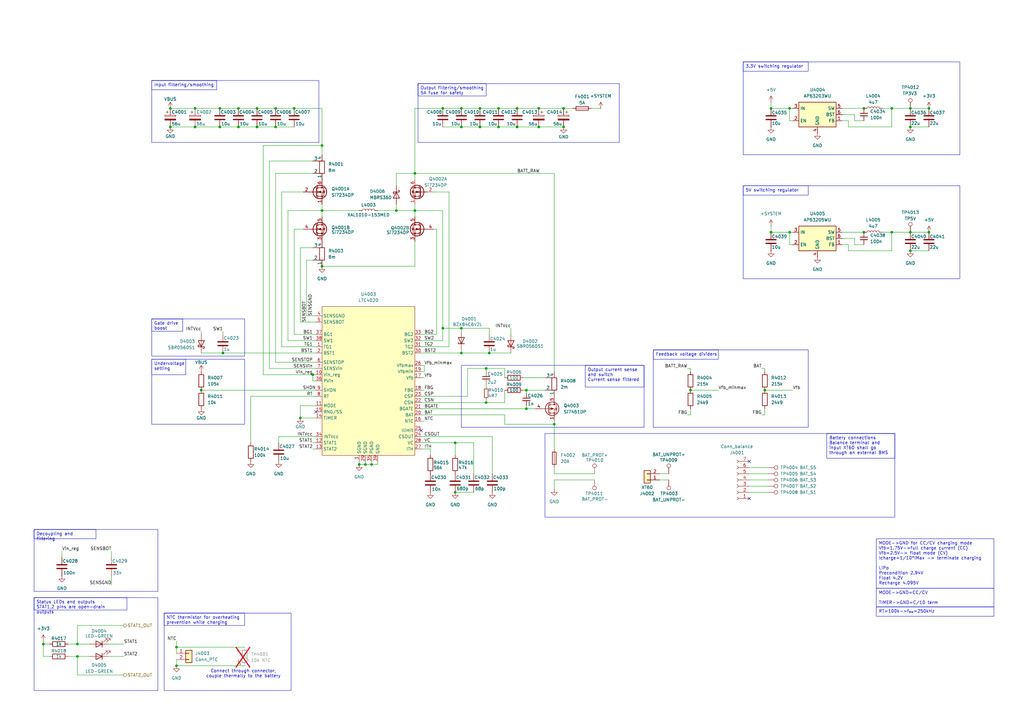
<source format=kicad_sch>
(kicad_sch (version 20231120) (generator "eeschema") (generator_version "8.0")
  (paper "A3")
  (title_block (title "Battery charging and power management") (date "2024-03-01") (rev "A02") (company "Chalmers EENX16-VT24-27"))
  (junction (at 31.75 264.16))
  (junction (at 120.65 44.45))
  (junction (at 283.21 160.02))
  (junction (at 212.09 44.45))
  (junction (at 204.47 44.45))
  (junction (at 215.9 160.02))
  (junction (at 354.33 44.45))
  (junction (at 97.79 52.07))
  (junction (at 365.76 44.45))
  (junction (at 90.17 52.07))
  (junction (at 113.03 52.07))
  (junction (at 323.85 95.25))
  (junction (at 196.85 44.45))
  (junction (at 373.38 44.45))
  (junction (at 204.47 52.07))
  (junction (at 113.03 44.45))
  (junction (at 227.33 173.99))
  (junction (at 189.23 52.07))
  (junction (at 90.17 44.45))
  (junction (at 162.56 86.36))
  (junction (at 69.85 44.45))
  (junction (at 189.23 134.62))
  (junction (at 189.23 44.45))
  (junction (at 316.23 95.25))
  (junction (at 72.39 265.43))
  (junction (at 105.41 44.45))
  (junction (at 381 44.45))
  (junction (at 82.55 160.02))
  (junction (at 123.19 171.45))
  (junction (at 170.18 71.12))
  (junction (at 97.79 44.45))
  (junction (at 354.33 95.25))
  (junction (at 212.09 52.07))
  (junction (at 199.39 151.13))
  (junction (at 365.76 95.25))
  (junction (at 17.78 264.16))
  (junction (at 220.98 44.45))
  (junction (at 69.85 52.07))
  (junction (at 373.38 95.25))
  (junction (at 152.4 190.5))
  (junction (at 128.27 153.67))
  (junction (at 220.98 52.07))
  (junction (at 80.01 44.45))
  (junction (at 132.08 86.36))
  (junction (at 91.44 144.78))
  (junction (at 105.41 52.07))
  (junction (at 381 95.25))
  (junction (at 186.69 181.61))
  (junction (at 72.39 273.05))
  (junction (at 373.38 52.07))
  (junction (at 231.14 44.45))
  (junction (at 215.9 167.64))
  (junction (at 149.86 190.5))
  (junction (at 373.38 102.87))
  (junction (at 196.85 52.07))
  (junction (at 313.69 160.02))
  (junction (at 80.01 52.07))
  (junction (at 186.69 201.93))
  (junction (at 181.61 134.62))
  (junction (at 132.08 109.22))
  (junction (at 147.32 190.5))
  (junction (at 200.66 144.78))
  (junction (at 181.61 44.45))
  (junction (at 323.85 44.45))
  (junction (at 31.75 269.24))
  (junction (at 170.18 86.36))
  (junction (at 231.14 52.07))
  (junction (at 189.23 144.78))
  (junction (at 199.39 165.1))
  (junction (at 132.08 59.69))
  (junction (at 316.23 44.45))
  (no_connect (at 307.34 189.23))
  (no_connect (at 172.72 176.53))
  (no_connect (at 307.34 204.47))
  (no_connect (at 129.54 168.91))
  (wire (pts (xy 90.17 44.45) (xy 97.79 44.45)))
  (wire (pts (xy 115.57 78.74) (xy 124.46 78.74)))
  (wire (pts (xy 90.17 52.07) (xy 97.79 52.07)))
  (wire (pts (xy 172.72 142.24) (xy 184.15 142.24)))
  (wire (pts (xy 72.39 265.43) (xy 72.39 267.97)))
  (wire (pts (xy 365.76 95.25) (xy 373.38 95.25)))
  (wire (pts (xy 325.12 100.33) (xy 323.85 100.33)))
  (wire (pts (xy 186.69 181.61) (xy 194.31 181.61)))
  (wire (pts (xy 373.38 95.25) (xy 381 95.25)))
  (wire (pts (xy 345.44 44.45) (xy 354.33 44.45)))
  (wire (pts (xy 120.65 137.16) (xy 129.54 137.16)))
  (wire (pts (xy 199.39 152.4) (xy 199.39 151.13)))
  (wire (pts (xy 316.23 41.91) (xy 316.23 44.45)))
  (wire (pts (xy 123.19 132.08) (xy 123.19 101.6)))
  (wire (pts (xy 113.03 71.12) (xy 128.27 71.12)))
  (wire (pts (xy 316.23 44.45) (xy 323.85 44.45)))
  (wire (pts (xy 31.75 276.86) (xy 31.75 269.24)))
  (wire (pts (xy 154.94 86.36) (xy 162.56 86.36)))
  (wire (pts (xy 227.33 194.31) (xy 243.84 194.31)))
  (wire (pts (xy 25.4 226.06) (xy 25.4 228.6)))
  (wire (pts (xy 100.33 273.05) (xy 72.39 273.05)))
  (wire (pts (xy 313.69 151.13) (xy 313.69 152.4)))
  (wire (pts (xy 170.18 71.12) (xy 170.18 73.66)))
  (wire (pts (xy 176.53 186.69) (xy 176.53 184.15)))
  (wire (pts (xy 323.85 95.25) (xy 325.12 95.25)))
  (wire (pts (xy 313.69 170.18) (xy 313.69 167.64)))
  (wire (pts (xy 189.23 135.89) (xy 189.23 134.62)))
  (wire (pts (xy 170.18 99.06) (xy 170.18 109.22)))
  (wire (pts (xy 128.27 184.15) (xy 129.54 184.15)))
  (wire (pts (xy 307.34 191.77) (xy 314.96 191.77)))
  (wire (pts (xy 172.72 184.15) (xy 176.53 184.15)))
  (wire (pts (xy 115.57 78.74) (xy 115.57 142.24)))
  (wire (pts (xy 149.86 189.23) (xy 149.86 190.5)))
  (wire (pts (xy 365.76 44.45) (xy 373.38 44.45)))
  (wire (pts (xy 173.99 152.4) (xy 173.99 149.86)))
  (wire (pts (xy 214.63 154.94) (xy 223.52 154.94)))
  (wire (pts (xy 215.9 166.37) (xy 215.9 167.64)))
  (wire (pts (xy 323.85 95.25) (xy 323.85 100.33)))
  (wire (pts (xy 191.77 162.56) (xy 191.77 151.13)))
  (wire (pts (xy 316.23 92.71) (xy 316.23 95.25)))
  (wire (pts (xy 172.72 137.16) (xy 179.07 137.16)))
  (wire (pts (xy 118.11 86.36) (xy 118.11 139.7)))
  (wire (pts (xy 186.69 186.69) (xy 186.69 181.61)))
  (wire (pts (xy 199.39 165.1) (xy 207.01 165.1)))
  (wire (pts (xy 82.55 144.78) (xy 91.44 144.78)))
  (wire (pts (xy 181.61 52.07) (xy 189.23 52.07)))
  (wire (pts (xy 274.32 196.85) (xy 270.51 196.85)))
  (wire (pts (xy 105.41 44.45) (xy 113.03 44.45)))
  (wire (pts (xy 207.01 165.1) (xy 207.01 160.02)))
  (wire (pts (xy 199.39 157.48) (xy 199.39 158.75)))
  (wire (pts (xy 170.18 86.36) (xy 170.18 83.82)))
  (wire (pts (xy 220.98 44.45) (xy 231.14 44.45)))
  (wire (pts (xy 234.95 44.45) (xy 231.14 44.45)))
  (wire (pts (xy 162.56 76.2) (xy 162.56 71.12)))
  (wire (pts (xy 350.52 97.79) (xy 345.44 97.79)))
  (wire (pts (xy 307.34 196.85) (xy 314.96 196.85)))
  (wire (pts (xy 274.32 194.31) (xy 270.51 194.31)))
  (wire (pts (xy 365.76 95.25) (xy 361.95 95.25)))
  (wire (pts (xy 173.99 172.72) (xy 172.72 172.72)))
  (wire (pts (xy 125.73 129.54) (xy 129.54 129.54)))
  (wire (pts (xy 172.72 160.02) (xy 173.99 160.02)))
  (wire (pts (xy 172.72 152.4) (xy 173.99 152.4)))
  (wire (pts (xy 44.45 264.16) (xy 50.8 264.16)))
  (wire (pts (xy 196.85 44.45) (xy 204.47 44.45)))
  (wire (pts (xy 184.15 142.24) (xy 184.15 78.74)))
  (wire (pts (xy 154.94 190.5) (xy 152.4 190.5)))
  (wire (pts (xy 114.3 179.07) (xy 114.3 181.61)))
  (wire (pts (xy 132.08 109.22) (xy 170.18 109.22)))
  (wire (pts (xy 323.85 44.45) (xy 325.12 44.45)))
  (wire (pts (xy 307.34 194.31) (xy 314.96 194.31)))
  (wire (pts (xy 113.03 44.45) (xy 120.65 44.45)))
  (wire (pts (xy 31.75 256.54) (xy 31.75 264.16)))
  (wire (pts (xy 227.33 71.12) (xy 227.33 152.4)))
  (wire (pts (xy 132.08 86.36) (xy 147.32 86.36)))
  (wire (pts (xy 204.47 52.07) (xy 212.09 52.07)))
  (wire (pts (xy 215.9 167.64) (xy 219.71 167.64)))
  (wire (pts (xy 361.95 44.45) (xy 365.76 44.45)))
  (wire (pts (xy 201.93 194.31) (xy 201.93 179.07)))
  (wire (pts (xy 212.09 44.45) (xy 220.98 44.45)))
  (wire (pts (xy 179.07 137.16) (xy 179.07 93.98)))
  (wire (pts (xy 207.01 151.13) (xy 207.01 154.94)))
  (wire (pts (xy 172.72 144.78) (xy 189.23 144.78)))
  (wire (pts (xy 45.72 226.06) (xy 45.72 228.6)))
  (wire (pts (xy 194.31 194.31) (xy 194.31 181.61)))
  (wire (pts (xy 115.57 142.24) (xy 129.54 142.24)))
  (wire (pts (xy 123.19 101.6) (xy 128.27 101.6)))
  (wire (pts (xy 179.07 93.98) (xy 177.8 93.98)))
  (wire (pts (xy 147.32 190.5) (xy 147.32 189.23)))
  (wire (pts (xy 125.73 106.68) (xy 128.27 106.68)))
  (wire (pts (xy 283.21 151.13) (xy 283.21 152.4)))
  (wire (pts (xy 44.45 269.24) (xy 50.8 269.24)))
  (wire (pts (xy 373.38 52.07) (xy 381 52.07)))
  (wire (pts (xy 128.27 156.21) (xy 128.27 153.67)))
  (wire (pts (xy 123.19 132.08) (xy 129.54 132.08)))
  (wire (pts (xy 114.3 179.07) (xy 129.54 179.07)))
  (wire (pts (xy 200.66 134.62) (xy 189.23 134.62)))
  (wire (pts (xy 189.23 52.07) (xy 196.85 52.07)))
  (wire (pts (xy 162.56 86.36) (xy 170.18 86.36)))
  (wire (pts (xy 227.33 173.99) (xy 227.33 184.15)))
  (wire (pts (xy 152.4 189.23) (xy 152.4 190.5)))
  (wire (pts (xy 347.98 102.87) (xy 365.76 102.87)))
  (wire (pts (xy 17.78 264.16) (xy 20.32 264.16)))
  (wire (pts (xy 350.52 49.53) (xy 350.52 46.99)))
  (wire (pts (xy 97.79 52.07) (xy 105.41 52.07)))
  (wire (pts (xy 123.19 166.37) (xy 129.54 166.37)))
  (wire (pts (xy 212.09 52.07) (xy 220.98 52.07)))
  (wire (pts (xy 91.44 137.16) (xy 91.44 135.89)))
  (wire (pts (xy 316.23 95.25) (xy 323.85 95.25)))
  (wire (pts (xy 31.75 264.16) (xy 36.83 264.16)))
  (wire (pts (xy 207.01 173.99) (xy 207.01 170.18)))
  (wire (pts (xy 170.18 86.36) (xy 170.18 88.9)))
  (wire (pts (xy 307.34 199.39) (xy 314.96 199.39)))
  (wire (pts (xy 199.39 151.13) (xy 207.01 151.13)))
  (wire (pts (xy 172.72 179.07) (xy 201.93 179.07)))
  (wire (pts (xy 113.03 52.07) (xy 120.65 52.07)))
  (wire (pts (xy 123.19 166.37) (xy 123.19 171.45)))
  (wire (pts (xy 345.44 95.25) (xy 354.33 95.25)))
  (wire (pts (xy 204.47 44.45) (xy 212.09 44.45)))
  (wire (pts (xy 345.44 100.33) (xy 347.98 100.33)))
  (wire (pts (xy 170.18 44.45) (xy 181.61 44.45)))
  (wire (pts (xy 283.21 170.18) (xy 281.94 170.18)))
  (wire (pts (xy 181.61 86.36) (xy 170.18 86.36)))
  (wire (pts (xy 31.75 256.54) (xy 50.8 256.54)))
  (wire (pts (xy 132.08 44.45) (xy 132.08 59.69)))
  (wire (pts (xy 200.66 137.16) (xy 200.66 134.62)))
  (wire (pts (xy 128.27 181.61) (xy 129.54 181.61)))
  (wire (pts (xy 80.01 52.07) (xy 90.17 52.07)))
  (wire (pts (xy 373.38 44.45) (xy 381 44.45)))
  (wire (pts (xy 128.27 153.67) (xy 129.54 153.67)))
  (wire (pts (xy 200.66 144.78) (xy 209.55 144.78)))
  (wire (pts (xy 113.03 148.59) (xy 113.03 71.12)))
  (wire (pts (xy 17.78 264.16) (xy 17.78 269.24)))
  (wire (pts (xy 120.65 137.16) (xy 120.65 93.98)))
  (wire (pts (xy 105.41 52.07) (xy 113.03 52.07)))
  (wire (pts (xy 162.56 83.82) (xy 162.56 86.36)))
  (wire (pts (xy 209.55 137.16) (xy 209.55 134.62)))
  (wire (pts (xy 227.33 173.99) (xy 207.01 173.99)))
  (wire (pts (xy 125.73 129.54) (xy 125.73 106.68)))
  (wire (pts (xy 215.9 160.02) (xy 215.9 161.29)))
  (wire (pts (xy 110.49 151.13) (xy 129.54 151.13)))
  (wire (pts (xy 325.12 160.02) (xy 313.69 160.02)))
  (wire (pts (xy 118.11 139.7) (xy 129.54 139.7)))
  (wire (pts (xy 72.39 270.51) (xy 72.39 273.05)))
  (wire (pts (xy 17.78 262.89) (xy 17.78 264.16)))
  (wire (pts (xy 72.39 265.43) (xy 100.33 265.43)))
  (wire (pts (xy 128.27 153.67) (xy 107.95 153.67)))
  (wire (pts (xy 173.99 154.94) (xy 172.72 154.94)))
  (wire (pts (xy 72.39 262.89) (xy 72.39 265.43)))
  (wire (pts (xy 110.49 151.13) (xy 110.49 66.04)))
  (wire (pts (xy 69.85 44.45) (xy 80.01 44.45)))
  (wire (pts (xy 307.34 201.93) (xy 314.96 201.93)))
  (wire (pts (xy 181.61 44.45) (xy 189.23 44.45)))
  (wire (pts (xy 347.98 52.07) (xy 365.76 52.07)))
  (wire (pts (xy 102.87 162.56) (xy 129.54 162.56)))
  (wire (pts (xy 199.39 163.83) (xy 199.39 165.1)))
  (wire (pts (xy 132.08 63.5) (xy 132.08 59.69)))
  (wire (pts (xy 214.63 160.02) (xy 215.9 160.02)))
  (wire (pts (xy 347.98 100.33) (xy 347.98 102.87)))
  (wire (pts (xy 107.95 59.69) (xy 132.08 59.69)))
  (wire (pts (xy 191.77 151.13) (xy 199.39 151.13)))
  (wire (pts (xy 132.08 88.9) (xy 132.08 86.36)))
  (wire (pts (xy 170.18 71.12) (xy 170.18 44.45)))
  (wire (pts (xy 149.86 190.5) (xy 147.32 190.5)))
  (wire (pts (xy 365.76 102.87) (xy 365.76 95.25)))
  (wire (pts (xy 323.85 49.53) (xy 323.85 44.45)))
  (wire (pts (xy 181.61 139.7) (xy 181.61 134.62)))
  (wire (pts (xy 242.57 44.45) (xy 246.38 44.45)))
  (wire (pts (xy 189.23 143.51) (xy 189.23 144.78)))
  (wire (pts (xy 110.49 66.04) (xy 128.27 66.04)))
  (wire (pts (xy 113.03 148.59) (xy 129.54 148.59)))
  (wire (pts (xy 120.65 44.45) (xy 132.08 44.45)))
  (wire (pts (xy 354.33 49.53) (xy 350.52 49.53)))
  (wire (pts (xy 118.11 86.36) (xy 132.08 86.36)))
  (wire (pts (xy 170.18 71.12) (xy 227.33 71.12)))
  (wire (pts (xy 172.72 170.18) (xy 207.01 170.18)))
  (wire (pts (xy 27.94 269.24) (xy 31.75 269.24)))
  (wire (pts (xy 189.23 144.78) (xy 200.66 144.78)))
  (wire (pts (xy 36.83 269.24) (xy 31.75 269.24)))
  (wire (pts (xy 69.85 52.07) (xy 80.01 52.07)))
  (wire (pts (xy 345.44 49.53) (xy 347.98 49.53)))
  (wire (pts (xy 189.23 44.45) (xy 196.85 44.45)))
  (wire (pts (xy 17.78 269.24) (xy 20.32 269.24)))
  (wire (pts (xy 312.42 170.18) (xy 313.69 170.18)))
  (wire (pts (xy 31.75 264.16) (xy 27.94 264.16)))
  (wire (pts (xy 172.72 139.7) (xy 181.61 139.7)))
  (wire (pts (xy 186.69 201.93) (xy 194.31 201.93)))
  (wire (pts (xy 354.33 100.33) (xy 350.52 100.33)))
  (wire (pts (xy 31.75 276.86) (xy 50.8 276.86)))
  (wire (pts (xy 154.94 189.23) (xy 154.94 190.5)))
  (wire (pts (xy 172.72 149.86) (xy 173.99 149.86)))
  (wire (pts (xy 313.69 151.13) (xy 312.42 151.13)))
  (wire (pts (xy 129.54 156.21) (xy 128.27 156.21)))
  (wire (pts (xy 365.76 52.07) (xy 365.76 44.45)))
  (wire (pts (xy 45.72 240.03) (xy 45.72 236.22)))
  (wire (pts (xy 172.72 162.56) (xy 191.77 162.56)))
  (wire (pts (xy 184.15 78.74) (xy 177.8 78.74)))
  (wire (pts (xy 172.72 181.61) (xy 186.69 181.61)))
  (wire (pts (xy 215.9 160.02) (xy 223.52 160.02)))
  (wire (pts (xy 283.21 167.64) (xy 283.21 170.18)))
  (wire (pts (xy 294.64 160.02) (xy 283.21 160.02)))
  (wire (pts (xy 181.61 134.62) (xy 181.61 86.36)))
  (wire (pts (xy 132.08 83.82) (xy 132.08 86.36)))
  (wire (pts (xy 123.19 171.45) (xy 129.54 171.45)))
  (wire (pts (xy 97.79 44.45) (xy 105.41 44.45)))
  (wire (pts (xy 102.87 181.61) (xy 102.87 162.56)))
  (wire (pts (xy 162.56 71.12) (xy 170.18 71.12)))
  (wire (pts (xy 172.72 167.64) (xy 215.9 167.64)))
  (wire (pts (xy 373.38 102.87) (xy 381 102.87)))
  (wire (pts (xy 196.85 52.07) (xy 204.47 52.07)))
  (wire (pts (xy 283.21 151.13) (xy 281.94 151.13)))
  (wire (pts (xy 220.98 52.07) (xy 231.14 52.07)))
  (wire (pts (xy 82.55 160.02) (xy 129.54 160.02)))
  (wire (pts (xy 91.44 144.78) (xy 129.54 144.78)))
  (wire (pts (xy 347.98 49.53) (xy 347.98 52.07)))
  (wire (pts (xy 152.4 190.5) (xy 149.86 190.5)))
  (wire (pts (xy 107.95 153.67) (xy 107.95 59.69)))
  (wire (pts (xy 325.12 49.53) (xy 323.85 49.53)))
  (wire (pts (xy 227.33 200.66) (xy 227.33 196.85)))
  (wire (pts (xy 172.72 165.1) (xy 199.39 165.1)))
  (wire (pts (xy 350.52 100.33) (xy 350.52 97.79)))
  (wire (pts (xy 227.33 172.72) (xy 227.33 173.99)))
  (wire (pts (xy 227.33 196.85) (xy 243.84 196.85)))
  (wire (pts (xy 120.65 93.98) (xy 124.46 93.98)))
  (wire (pts (xy 227.33 191.77) (xy 227.33 194.31)))
  (wire (pts (xy 350.52 46.99) (xy 345.44 46.99)))
  (wire (pts (xy 80.01 44.45) (xy 90.17 44.45)))
  (wire (pts (xy 82.55 135.89) (xy 82.55 137.16)))
  (wire (pts (xy 181.61 134.62) (xy 189.23 134.62)))
  (rectangle (start 62.23 33.02) (end 130.81 58.42))
  (rectangle (start 67.31 251.46) (end 119.38 283.21))
  (rectangle (start 13.97 245.11) (end 64.77 283.21))
  (rectangle (start 304.8 76.2) (end 393.7 114.3))
  (rectangle (start 62.23 130.81) (end 100.33 146.05))
  (rectangle (start 189.23 149.86) (end 264.16 175.26))
  (rectangle (start 13.97 217.17) (end 64.77 242.57))
  (rectangle (start 62.23 147.32) (end 100.33 173.99))
  (rectangle (start 223.52 177.8) (end 367.03 212.09))
  (rectangle (start 267.97 143.51) (end 294.64 147.32))
  (rectangle (start 304.8 25.4) (end 393.7 63.5))
  (rectangle (start 171.45 34.29) (end 254 58.42))
  (text_box "Battery connections\nBalance terminal and input XT60 shall go through an external BMS" (at 339.09 177.8 0) (size 27.94 10.16) (effects (font (size 1.27 1.27)) (justify left top)))
  (text_box "RT=100k->f_{sw}=250kHz" (at 359.41 248.92 0) (size 48.26 3.81) (effects (font (size 1.27 1.27)) (justify left top)))
  (text_box "Gate drive boost" (at 62.23 130.81 0) (size 12.7 5.08) (effects (font (size 1.27 1.27)) (justify left top)))
  (text_box "Output current sense\nand switch\nCurrent sense filtered" (at 240.03 149.86 0) (size 24.13 8.89) (effects (font (size 1.27 1.27)) (justify left top)))
  (text_box "Status LEDs and outputs\nSTAT1,2 pins are open-drain outputs" (at 13.97 245.11 0) (size 38.1 5.08) (effects (font (size 1.27 1.27)) (justify left top)))
  (text_box "NTC thermistor for overheating prevention while charging" (at 67.31 251.46 0) (size 33.02 5.08) (effects (font (size 1.27 1.27)) (justify left top)))
  (text_box "MODE->GND for CC/CV charging mode\nVfb=1.75V->full charge current (CC)\nVfb=2.5V-> float mode (CV)\nIcharge=1/10*IMax -> terminate charging\n\nLiPo\nPrecondition 2.94V\nFloat 4.2V\nRecharge 4.095V" (at 359.41 220.98 0) (size 48.26 20.32) (effects (font (size 1.27 1.27)) (justify left top)))
  (text_box "Feedback voltage dividers" (at 267.97 143.51 0) (size 63.5 31.75) (effects (font (size 1.27 1.27)) (justify left top)))
  (text_box "Input filtering/smoothing" (at 62.23 33.02 0) (size 26.67 3.81) (effects (font (size 1.27 1.27)) (justify left top)))
  (text_box "Decoupling and filtering" (at 13.97 217.17 0) (size 25.4 3.81) (effects (font (size 1.27 1.27)) (justify left top)))
  (text_box "3.3V switching regulator" (at 304.8 25.4 0) (size 26.67 3.81) (effects (font (size 1.27 1.27)) (justify left top)))
  (text_box "5V switching regulator" (at 304.8 76.2 0) (size 26.67 3.81) (effects (font (size 1.27 1.27)) (justify left top)))
  (text_box "MODE->GND=CC/CV\n\nTIMER->GND=C/10 term" (at 359.41 241.3 0) (size 48.26 7.62) (effects (font (size 1.27 1.27)) (justify left top)))
  (text_box "Output filtering/smoothing\n5A fuse for safety" (at 171.45 34.29 0) (size 27.94 5.08) (effects (font (size 1.27 1.27)) (justify left top)))
  (text_box "Undervoltage setting" (at 62.23 147.32 0) (size 13.97 6.35) (effects (font (size 1.27 1.27)) (justify left top)))
  (text "Connect through connector,\ncouple thermally to the battery" (at 99.822 276.352 0) (effects (font (size 1.27 1.27))))
  (label "NTC" (at 72.39 262.89 180))
  (label "BAT" (at 173.99 170.18 0))
  (label "SW1" (at 128.27 139.7 180))
  (label "BAT" (at 312.42 151.13 180))
  (label "SENSGND" (at 128.27 129.54 90))
  (label "SW2" (at 173.99 139.7 0))
  (label "SENSGND" (at 45.72 240.03 180))
  (label "FBG" (at 281.94 170.18 180))
  (label "ITH" (at 173.99 184.15 0))
  (label "Vin_reg" (at 25.4 226.06 0))
  (label "NTC" (at 173.99 172.72 0))
  (label "Vfb_minmax" (at 294.64 160.02 0))
  (label "BST2" (at 173.99 144.78 0))
  (label "Vfb_minmax" (at 173.99 149.86 0))
  (label "STAT2" (at 50.8 269.24 0))
  (label "STAT1" (at 128.27 181.61 180))
  (label "CSN" (at 173.99 165.1 0))
  (label "FBG" (at 173.99 160.02 0))
  (label "STAT2" (at 128.27 184.15 180))
  (label "INTVcc" (at 209.55 134.62 180))
  (label "BG1" (at 128.27 137.16 180))
  (label "VC" (at 173.99 181.61 0))
  (label "SW1" (at 91.44 135.89 180))
  (label "CSP" (at 173.99 162.56 0))
  (label "FBG" (at 312.42 170.18 180))
  (label "Vin_reg" (at 128.27 153.67 180))
  (label "SENSBOT" (at 45.72 226.06 180))
  (label "Vfb" (at 325.12 160.02 0))
  (label "INTVcc" (at 82.55 135.89 180))
  (label "BGATE" (at 173.99 167.64 0))
  (label "SENSVin" (at 128.27 151.13 180))
  (label "TG1" (at 128.27 142.24 180))
  (label "STAT1" (at 50.8 264.16 0))
  (label "SHDN" (at 129.54 160.02 180))
  (label "Vfb" (at 173.99 154.94 0))
  (label "BG2" (at 173.99 137.16 0))
  (label "BATT_RAW" (at 212.09 71.12 0))
  (label "BATT_RAW" (at 281.94 151.13 180))
  (label "BST1" (at 128.27 144.78 180))
  (label "CSOUT" (at 173.99 179.07 0))
  (label "SENSTOP" (at 128.27 148.59 180))
  (label "INTVcc" (at 128.27 179.07 180))
  (label "SENSBOT" (at 125.73 132.08 90))
  (label "RT" (at 128.27 162.56 180))
  (label "TG2" (at 173.99 142.24 0))
  (hierarchical_label "STAT1_OUT" (shape output) (at 50.8 256.54 0))
  (hierarchical_label "STAT2_OUT" (shape output) (at 50.8 276.86 0))
  (symbol (lib_id "Device:R") (at 283.21 163.83 0) (unit 1)
    (property "Reference" "R4005" (at 285.75 162.5599 0) (effects (justify left)))
    (property "Value" "24k9" (at 285.75 165.0999 0) (effects (justify left)))
    (property "Footprint" "Resistor_SMD:R_0402_1005Metric" (effects (hide yes)))
    (property "Datasheet" "https://www.vishay.com/doc?20035" (effects (hide yes)))
    (property "Description" "Resistor" (effects (hide yes)))
    (property "mouser" "71-CRCW0402-24.9K-E3" (effects (hide yes)))
  )
  (symbol (lib_id "Device:D_Schottky") (at 162.56 80.01 270) (unit 1)
    (property "Reference" "D4006" (at 151.638 78.486 90) (effects (justify left)))
    (property "Value" "MBRS360" (at 151.638 81.026 90) (effects (justify left)))
    (property "Footprint" "Diode_SMD:D_SMC" (effects (hide yes)))
    (property "Datasheet" "https://www.vishay.com/doc?95749" (effects (hide yes)))
    (property "Description" "Schottky diode" (effects (hide yes)))
    (property "mouser" "78-VS-MBRS360-M39AT" (effects (hide yes)))
  )
  (symbol (lib_id "power:+3V3") (at 17.78 262.89 0) (unit 1)
    (property "Reference" "#PWR04028" (effects (hide yes)))
    (property "Value" "+3V3" (at 17.78 257.81 0))
    (property "Description" "Power symbol creates a global label with name \"+3V3\"" (effects (hide yes)))
  )
  (symbol (lib_name "Si7272DP_1") (lib_id "symbols:Si7272DP") (at 170.18 93.98 0) (mirror y) (unit 2)
    (property "Reference" "Q4002" (at 167.894 93.472 0) (effects (justify left)))
    (property "Value" "Si7234DP" (at 167.894 95.3771 0) (effects (justify left)))
    (property "Footprint" "Package_SO:Vishay_PowerPAK_1212-8_Dual" (effects (hide yes)))
    (property "Datasheet" "https://www.vishay.com/docs/68700/si7234dp.pdf" (effects (hide yes)))
    (property "mouser" "781-SI7234DP-T1-GE3" (effects (hide yes)))
  )
  (symbol (lib_id "Device:C_Polarized") (at 231.14 48.26 0) (mirror y) (unit 1)
    (property "Reference" "C4014" (at 230.632 45.974 0) (effects (justify left)))
    (property "Value" "56u" (at 230.632 50.8 0) (effects (justify left)))
    (property "Footprint" "Capacitor_THT:CP_Radial_D6.3mm_P2.50mm" (effects (hide yes)))
    (property "Datasheet" "https://www.mouser.se/datasheet/2/315/ABA0000C1018-947496.pdf" (effects (hide yes)))
    (property "Description" "Polarized capacitor" (effects (hide yes)))
    (property "mouser" "667-EEU-FM1H560" (effects (hide yes)))
  )
  (symbol (lib_id "Connector:TestPoint") (at 314.96 194.31 270) (mirror x) (unit 1)
    (property "Reference" "TP4005" (at 320.04 194.31 90) (effects (justify left)))
    (property "Value" "BAT_S4" (at 327.914 194.31 90) (effects (justify left)))
    (property "Footprint" "TestPoint:TestPoint_Pad_2.5x2.5mm" (effects (hide yes)))
    (property "Datasheet" "X" (effects (hide yes)))
    (property "Description" "test point" (effects (hide yes)))
  )
  (symbol (lib_id "Connector:TestPoint") (at 314.96 201.93 270) (mirror x) (unit 1)
    (property "Reference" "TP4008" (at 320.04 201.93 90) (effects (justify left)))
    (property "Value" "BAT_S1" (at 327.914 201.93 90) (effects (justify left)))
    (property "Footprint" "TestPoint:TestPoint_Pad_2.5x2.5mm" (effects (hide yes)))
    (property "Datasheet" "X" (effects (hide yes)))
    (property "Description" "test point" (effects (hide yes)))
  )
  (symbol (lib_id "Device:R") (at 210.82 160.02 90) (unit 1)
    (property "Reference" "R4009" (at 210.82 157.734 90))
    (property "Value" "100" (at 210.82 160.02 90))
    (property "Footprint" "Resistor_SMD:R_0402_1005Metric" (effects (hide yes)))
    (property "Datasheet" "https://www.vishay.com/doc?28773" (effects (hide yes)))
    (property "Description" "Resistor" (effects (hide yes)))
    (property "mouser" "71-CRCW0402100RFKEDC" (effects (hide yes)))
  )
  (symbol (lib_id "power:GND") (at 231.14 52.07 0) (mirror y) (unit 1)
    (property "Reference" "#PWR04006" (effects (hide yes)))
    (property "Value" "GND" (at 231.14 56.134 0))
    (property "Description" "Power symbol creates a global label with name \"GND\" , ground" (effects (hide yes)))
  )
  (symbol (lib_id "Connector:TestPoint") (at 373.38 95.25 0) (unit 1)
    (property "Reference" "TP4013" (at 373.38 87.122 0))
    (property "Value" "TP5V" (at 373.38 89.662 0))
    (property "Footprint" "TestPoint:TestPoint_Pad_D2.0mm" (effects (hide yes)))
    (property "Datasheet" "X" (effects (hide yes)))
    (property "Description" "test point" (effects (hide yes)))
    (property "Footprint checked" "YES" (effects (hide yes)))
  )
  (symbol (lib_id "power:VBUS") (at 69.85 44.45 0) (unit 1)
    (property "Reference" "#PWR04001" (effects (hide yes)))
    (property "Value" "VBUS" (at 69.85 40.64 0))
    (property "Description" "Power symbol creates a global label with name \"VBUS\"" (effects (hide yes)))
  )
  (symbol (lib_id "Device:C") (at 186.69 198.12 0) (unit 1)
    (property "Reference" "C4031" (at 186.944 195.834 0) (effects (justify left)))
    (property "Value" "680p" (at 187.198 200.406 0) (effects (justify left)))
    (property "Footprint" "Capacitor_SMD:C_0402_1005Metric" (effects (hide yes)))
    (property "Datasheet" "https://www.mouser.se/datasheet/2/281/1/GRT1555C1H681FA02_01A-3157954.pdf" (effects (hide yes)))
    (property "Description" "Unpolarized capacitor" (effects (hide yes)))
    (property "mouser" "81-GRT1555C1H681FA2D" (effects (hide yes)))
  )
  (symbol (lib_id "Connector:TestPoint") (at 274.32 196.85 0) (mirror x) (unit 1)
    (property "Reference" "TP4003" (at 270.764 202.438 0) (effects (justify left)))
    (property "Value" "BAT_UNPROT-" (at 274.32 204.978 0))
    (property "Footprint" "TestPoint:TestPoint_Pad_2.5x2.5mm" (effects (hide yes)))
    (property "Datasheet" "X" (effects (hide yes)))
    (property "Description" "test point" (effects (hide yes)))
  )
  (symbol (lib_id "Device:Fuse") (at 227.33 187.96 0) (unit 1)
    (property "Reference" "F4002" (at 229.87 186.6899 0) (effects (justify left)))
    (property "Value" "20A" (at 229.87 189.2299 0) (effects (justify left)))
    (property "Footprint" "Fuse:Fuse_1206_3216Metric" (effects (hide yes)))
    (property "Datasheet" "https://www.mouser.se/datasheet/2/643/ds_cp_c1h_series-1313146.pdf" (effects (hide yes)))
    (property "Description" "Fuse" (effects (hide yes)))
    (property "mouser" "530-C1H20" (effects (hide yes)))
  )
  (symbol (lib_id "power:GND") (at 102.87 189.23 0) (unit 1)
    (property "Reference" "#PWR04020" (effects (hide yes)))
    (property "Value" "GND" (at 102.87 194.31 0))
    (property "Description" "Power symbol creates a global label with name \"GND\" , ground" (effects (hide yes)))
  )
  (symbol (lib_id "Regulator_Switching:AP63203WU") (at 335.28 46.99 0) (unit 1)
    (property "Reference" "U4004" (at 335.28 36.83 0))
    (property "Value" "AP63203WU" (at 335.28 39.37 0))
    (property "Footprint" "Package_TO_SOT_SMD:TSOT-23-6" (effects (hide yes)))
    (property "Datasheet" "https://www.diodes.com/assets/Datasheets/AP63200-AP63201-AP63203-AP63205.pdf" (effects (hide yes)))
    (property "Description" "2A, 1.1MHz Buck DC/DC Converter, fixed 3.3V output voltage, TSOT-23-6" (effects (hide yes)))
    (property "REASON" "AP63203WU-7 is not sold at RS or elfa" (effects (hide yes)))
    (property "mouser" " 621-AP63203WU-7" (effects (hide yes)))
    (property "Footprint checked" "YES" (effects (hide yes)))
  )
  (symbol (lib_id "Device:R_Shunt") (at 132.08 68.58 180) (unit 1)
    (property "Reference" "R4001" (at 134.62 67.3099 0) (effects (justify right)))
    (property "Value" "8m" (at 134.62 69.8499 0) (effects (justify right)))
    (property "Footprint" "Resistor_SMD:R_Shunt_Vishay_WSR2_WSR3_KelvinConnection" (effects (hide yes)))
    (property "Datasheet" "https://www.vishay.com/doc?30101" (effects (hide yes)))
    (property "Description" "Shunt resistor" (effects (hide yes)))
    (property "mouser" "71-WSR28L000FEA" (effects (hide yes)))
  )
  (symbol (lib_id "Device:C") (at 200.66 140.97 0) (mirror x) (unit 1)
    (property "Reference" "C4024" (at 200.914 138.938 0) (effects (justify left)))
    (property "Value" "1u" (at 200.914 143.256 0) (effects (justify left)))
    (property "Footprint" "Capacitor_SMD:C_0402_1005Metric" (effects (hide yes)))
    (property "Datasheet" "https://www.mouser.se/datasheet/2/281/1/GRM155R61H105KE05_01A-1983895.pdf" (effects (hide yes)))
    (property "Description" "Unpolarized capacitor" (effects (hide yes)))
    (property "mouser" "81-GRM155R61H105KE5J" (effects (hide yes)))
  )
  (symbol (lib_id "Device:C_Small") (at 199.39 154.94 0) (unit 1)
    (property "Reference" "C4025" (at 199.898 153.416 0) (effects (justify left)))
    (property "Value" "2u2" (at 199.898 156.718 0) (effects (justify left)))
    (property "Footprint" "Capacitor_SMD:C_0603_1608Metric" (effects (hide yes)))
    (property "Datasheet" "https://www.mouser.se/datasheet/2/281/1/GRM188C81C225MA12_04A-1985724.pdf" (effects (hide yes)))
    (property "Description" "Unpolarized capacitor, small symbol" (effects (hide yes)))
    (property "mouser" "81-GRM188C81C225MA2D" (effects (hide yes)))
  )
  (symbol (lib_id "Device:R") (at 82.55 163.83 0) (unit 1)
    (property "Reference" "R4011" (at 85.09 162.5599 0) (effects (justify left)))
    (property "Value" "10k" (at 85.09 165.0999 0) (effects (justify left)))
    (property "Footprint" "Resistor_SMD:R_0402_1005Metric" (effects (hide yes)))
    (property "Datasheet" "https://www.vishay.com/doc?28773" (effects (hide yes)))
    (property "Description" "Resistor" (effects (hide yes)))
    (property "mouser" "71-CRCW040210K0JNEDC" (effects (hide yes)))
  )
  (symbol (lib_id "Device:C") (at 181.61 48.26 0) (mirror y) (unit 1)
    (property "Reference" "C4008" (at 181.356 45.974 0) (effects (justify left)))
    (property "Value" "10u" (at 181.102 50.8 0) (effects (justify left)))
    (property "Footprint" "Capacitor_SMD:C_0805_2012Metric" (effects (hide yes)))
    (property "Datasheet" "https://www.mouser.se/datasheet/2/281/1/GRM21BR61H106KE43_01A-1986884.pdf" (effects (hide yes)))
    (property "Description" "Unpolarized capacitor" (effects (hide yes)))
    (property "mouser" "81-GRM21BR61H106KE3L" (effects (hide yes)))
  )
  (symbol (lib_id "power:GND") (at 176.53 201.93 0) (unit 1)
    (property "Reference" "#PWR04025" (effects (hide yes)))
    (property "Value" "GND" (at 176.53 207.01 0))
    (property "Description" "Power symbol creates a global label with name \"GND\" , ground" (effects (hide yes)))
  )
  (symbol (lib_id "Device:C_Polarized") (at 220.98 48.26 0) (mirror y) (unit 1)
    (property "Reference" "C4013" (at 220.472 45.974 0) (effects (justify left)))
    (property "Value" "56u" (at 220.472 50.8 0) (effects (justify left)))
    (property "Footprint" "Capacitor_THT:CP_Radial_D6.3mm_P2.50mm" (effects (hide yes)))
    (property "Datasheet" "https://www.mouser.se/datasheet/2/315/ABA0000C1018-947496.pdf" (effects (hide yes)))
    (property "Description" "Polarized capacitor" (effects (hide yes)))
    (property "mouser" "667-EEU-FM1H560" (effects (hide yes)))
  )
  (symbol (lib_id "power:GND") (at 72.39 273.05 0) (unit 1)
    (property "Reference" "#PWR04029" (effects (hide yes)))
    (property "Value" "GND" (at 72.39 278.13 0))
    (property "Description" "Power symbol creates a global label with name \"GND\" , ground" (effects (hide yes)))
  )
  (symbol (lib_id "Connector:TestPoint") (at 373.38 44.45 0) (unit 1)
    (property "Reference" "TP4012" (at 373.38 35.814 0))
    (property "Value" "TP3V3" (at 373.126 38.354 0))
    (property "Footprint" "TestPoint:TestPoint_Pad_D2.0mm" (effects (hide yes)))
    (property "Datasheet" "X" (effects (hide yes)))
    (property "Description" "test point" (effects (hide yes)))
    (property "Footprint checked" "YES" (effects (hide yes)))
  )
  (symbol (lib_id "power:GND") (at 335.28 105.41 0) (unit 1)
    (property "Reference" "#PWR04038" (effects (hide yes)))
    (property "Value" "GND" (at 335.28 110.49 0))
    (property "Footprint checked" "X" (effects (hide yes)))
  )
  (symbol (lib_id "power:GND") (at 25.4 236.22 0) (unit 1)
    (property "Reference" "#PWR04024" (effects (hide yes)))
    (property "Value" "GND" (at 25.4 241.3 0))
    (property "Description" "Power symbol creates a global label with name \"GND\" , ground" (effects (hide yes)))
  )
  (symbol (lib_id "Device:C") (at 97.79 48.26 0) (unit 1)
    (property "Reference" "C4004" (at 98.044 45.974 0) (effects (justify left)))
    (property "Value" "10u" (at 98.298 50.8 0) (effects (justify left)))
    (property "Footprint" "Capacitor_SMD:C_0805_2012Metric" (effects (hide yes)))
    (property "Datasheet" "https://www.mouser.se/datasheet/2/281/1/GRM21BR61H106KE43_01A-1986884.pdf" (effects (hide yes)))
    (property "Description" "Unpolarized capacitor" (effects (hide yes)))
    (property "mouser" "81-GRM21BR61H106KE3L" (effects (hide yes)))
  )
  (symbol (lib_id "Device:R") (at 82.55 156.21 0) (unit 1)
    (property "Reference" "R4007" (at 85.09 154.9399 0) (effects (justify left)))
    (property "Value" "105k" (at 85.09 157.4799 0) (effects (justify left)))
    (property "Footprint" "Resistor_SMD:R_0402_1005Metric" (effects (hide yes)))
    (property "Datasheet" "https://www.vishay.com/doc?20035" (effects (hide yes)))
    (property "Description" "Resistor" (effects (hide yes)))
    (property "mouser" "71-CRCW0402-105K-E3" (effects (hide yes)))
  )
  (symbol (lib_id "Device:C") (at 381 99.06 0) (unit 1)
    (property "Reference" "C4041" (at 381.254 97.028 0) (effects (justify left)))
    (property "Value" "22u" (at 381.254 101.346 0) (effects (justify left)))
    (property "Footprint" "Capacitor_SMD:C_0805_2012Metric" (effects (hide yes)))
    (property "Datasheet" "https://www.mouser.se/datasheet/2/585/MLCC-1837944.pdf" (effects (hide yes)))
    (property "Description" "Unpolarized capacitor" (effects (hide yes)))
    (property "mouser" "187-CL21A226MOCLRNC" (effects (hide yes)))
    (property "Footprint checked" "YES" (effects (hide yes)))
  )
  (symbol (lib_name "Si7272DP_1") (lib_id "symbols:Si7272DP") (at 132.08 93.98 0) (unit 2)
    (property "Reference" "Q4001" (at 135.89 93.3449 0) (effects (justify left)))
    (property "Value" "Si7234DP" (at 135.89 95.25 0) (effects (justify left)))
    (property "Footprint" "Package_SO:Vishay_PowerPAK_1212-8_Dual" (effects (hide yes)))
    (property "Datasheet" "https://www.vishay.com/docs/68700/si7234dp.pdf" (effects (hide yes)))
    (property "mouser" "781-SI7234DP-T1-GE3" (effects (hide yes)))
  )
  (symbol (lib_id "Device:C") (at 91.44 140.97 0) (unit 1)
    (property "Reference" "C4023" (at 91.694 138.684 0) (effects (justify left)))
    (property "Value" "1u" (at 91.694 143.256 0) (effects (justify left)))
    (property "Footprint" "Capacitor_SMD:C_0402_1005Metric" (effects (hide yes)))
    (property "Datasheet" "https://www.mouser.se/datasheet/2/281/1/GRM155R61H105KE05_01A-1983895.pdf" (effects (hide yes)))
    (property "Description" "Unpolarized capacitor" (effects (hide yes)))
    (property "mouser" "81-GRM155R61H105KE5J" (effects (hide yes)))
  )
  (symbol (lib_id "power:GND") (at 147.32 190.5 0) (unit 1)
    (property "Reference" "#PWR04022" (effects (hide yes)))
    (property "Value" "GND" (at 147.32 195.58 0))
    (property "Description" "Power symbol creates a global label with name \"GND\" , ground" (effects (hide yes)))
  )
  (symbol (lib_id "symbols:LTC4020") (at 151.13 156.21 0) (unit 1)
    (property "Reference" "U4003" (at 151.13 120.65 0))
    (property "Value" "LTC4020" (at 151.13 123.19 0))
    (property "Footprint" "Package_DFN_QFN:QFN-38-1EP_5x7mm_P0.5mm_EP3.15x5.15mm_ThermalVias" (effects (hide yes)))
    (property "Datasheet" "https://www.analog.com/media/en/technical-documentation/data-sheets/ltc4020.pdf" (effects (hide yes)))
    (property "mouser" " 584-LTC4020EUHFTRPBF" (effects (hide yes)))
  )
  (symbol (lib_id "Device:R") (at 186.69 190.5 0) (unit 1)
    (property "Reference" "R4016" (at 187.96 189.738 0) (effects (justify left)))
    (property "Value" "47k" (at 187.96 191.77 0) (effects (justify left)))
    (property "Footprint" "Resistor_SMD:R_0402_1005Metric" (effects (hide yes)))
    (property "Datasheet" "https://www.vishay.com/doc?28773" (effects (hide yes)))
    (property "Description" "Resistor" (effects (hide yes)))
    (property "mouser" "71-CRCW040247K0FKEDC" (effects (hide yes)))
  )
  (symbol (lib_id "power:+BATT") (at 246.38 44.45 0) (unit 1)
    (property "Reference" "#PWR04002" (effects (hide yes)))
    (property "Value" "+SYSTEM" (at 246.38 39.37 0))
    (property "Description" "Power symbol creates a global label with name \"+BATT\"" (effects (hide yes)))
  )
  (symbol (lib_id "Connector:TestPoint") (at 243.84 194.31 0) (unit 1)
    (property "Reference" "TP4010" (at 240.284 188.722 0) (effects (justify left)))
    (property "Value" "BAT_PROT+" (at 238.506 186.69 0) (effects (justify left)))
    (property "Footprint" "TestPoint:TestPoint_Pad_2.5x2.5mm" (effects (hide yes)))
    (property "Datasheet" "X" (effects (hide yes)))
    (property "Description" "test point" (effects (hide yes)))
  )
  (symbol (lib_id "Connector_Generic:Conn_01x02") (at 265.43 196.85 180) (unit 1)
    (property "Reference" "J4002" (at 265.43 202.438 0))
    (property "Value" "XT60" (at 265.43 199.898 0))
    (property "Footprint" "Connector_AMASS:AMASS_XT60IPW-M_1x03_P7.20mm_Horizontal" (effects (hide yes)))
    (property "Datasheet" "X" (effects (hide yes)))
    (property "Description" "Generic connector, single row, 01x02, script generated (kicad-library-utils/schlib/autogen/connector/)" (effects (hide yes)))
    (property "ETA" "ETA-JAWED" (effects (hide yes)))
  )
  (symbol (lib_id "Connector:Conn_01x07_Socket") (at 302.26 196.85 180) (unit 1)
    (property "Reference" "J4001" (at 302.26 185.674 0))
    (property "Value" "Conn_balance" (at 302.26 183.134 0))
    (property "Footprint" "Connector_JST:JST_VH_B7P-VH-FB-B_1x07_P3.96mm_Vertical" (effects (hide yes)))
    (property "Datasheet" "X" (effects (hide yes)))
    (property "Description" "Generic connector, single row, 01x07, script generated" (effects (hide yes)))
    (property "ETA" "ETA-ELLER-CRF" (effects (hide yes)))
  )
  (symbol (lib_id "symbols:Si7272DP") (at 132.08 78.74 0) (unit 1)
    (property "Reference" "Q4001" (at 135.89 77.4699 0) (effects (justify left)))
    (property "Value" "Si7234DP" (at 135.89 80.0099 0) (effects (justify left)))
    (property "Footprint" "Package_SO:Vishay_PowerPAK_1212-8_Dual" (effects (hide yes)))
    (property "Datasheet" "https://www.vishay.com/docs/68700/si7234dp.pdf" (effects (hide yes)))
    (property "mouser" "781-SI7234DP-T1-GE3" (effects (hide yes)))
  )
  (symbol (lib_id "Device:C_Small") (at 354.33 97.79 0) (unit 1)
    (property "Reference" "C4038" (at 356.87 96.5262 0) (effects (justify left)))
    (property "Value" "100n" (at 356.87 99.0662 0) (effects (justify left)))
    (property "Footprint" "Capacitor_SMD:C_0402_1005Metric" (effects (hide yes)))
    (property "Datasheet" "https://www.mouser.se/datasheet/2/281/1/GCM155R71H104KE02_01A-3142168.pdf" (effects (hide yes)))
    (property "Description" "Unpolarized capacitor, small symbol" (effects (hide yes)))
    (property "REASON" " GCM155R71H104KE02D is out of stock at RS" (effects (hide yes)))
    (property "mouser" "81-GCM155R71H104KE2D" (effects (hide yes)))
    (property "Footprint checked" "YES" (effects (hide yes)))
  )
  (symbol (lib_id "Device:LED") (at 40.64 264.16 180) (unit 1)
    (property "Reference" "D4004" (at 40.64 258.826 0))
    (property "Value" "LED-GREEN" (at 40.64 260.858 0))
    (property "Footprint" "LED_SMD:LED_0603_1608Metric" (effects (hide yes)))
    (property "Datasheet" "https://www.we-online.com/catalog/datasheet/150060GS75003.pdf" (effects (hide yes)))
    (property "Description" "Light emitting diode" (effects (hide yes)))
    (property "mouser" "710-150060GS75003" (effects (hide yes)))
  )
  (symbol (lib_id "Device:C") (at 373.38 99.06 0) (unit 1)
    (property "Reference" "C4040" (at 373.634 97.028 0) (effects (justify left)))
    (property "Value" "22u" (at 373.634 101.346 0) (effects (justify left)))
    (property "Footprint" "Capacitor_SMD:C_0805_2012Metric" (effects (hide yes)))
    (property "Datasheet" "https://www.mouser.se/datasheet/2/585/MLCC-1837944.pdf" (effects (hide yes)))
    (property "Description" "Unpolarized capacitor" (effects (hide yes)))
    (property "mouser" "187-CL21A226MOCLRNC" (effects (hide yes)))
    (property "Footprint checked" "YES" (effects (hide yes)))
  )
  (symbol (lib_id "power:GND") (at 186.69 201.93 0) (unit 1)
    (property "Reference" "#PWR04026" (effects (hide yes)))
    (property "Value" "GND" (at 186.69 207.01 0))
    (property "Description" "Power symbol creates a global label with name \"GND\" , ground" (effects (hide yes)))
  )
  (symbol (lib_id "Device:C") (at 25.4 232.41 0) (unit 1)
    (property "Reference" "C4028" (at 25.654 230.124 0) (effects (justify left)))
    (property "Value" "100n" (at 25.908 234.95 0) (effects (justify left)))
    (property "Footprint" "Capacitor_SMD:C_0402_1005Metric" (effects (hide yes)))
    (property "Datasheet" "https://www.mouser.se/datasheet/2/281/1/GCM155R71H104KE02_01A-3142168.pdf" (effects (hide yes)))
    (property "Description" "Unpolarized capacitor" (effects (hide yes)))
    (property "mouser" "81-GCM155R71H104KE2D" (effects (hide yes)))
  )
  (symbol (lib_id "Device:C") (at 113.03 48.26 0) (unit 1)
    (property "Reference" "C4006" (at 113.284 45.974 0) (effects (justify left)))
    (property "Value" "10u" (at 113.538 50.8 0) (effects (justify left)))
    (property "Footprint" "Capacitor_SMD:C_0805_2012Metric" (effects (hide yes)))
    (property "Datasheet" "https://www.mouser.se/datasheet/2/281/1/GRM21BR61H106KE43_01A-1986884.pdf" (effects (hide yes)))
    (property "Description" "Unpolarized capacitor" (effects (hide yes)))
    (property "mouser" "81-GRM21BR61H106KE3L" (effects (hide yes)))
  )
  (symbol (lib_id "Connector:TestPoint") (at 314.96 196.85 270) (mirror x) (unit 1)
    (property "Reference" "TP4006" (at 320.04 196.85 90) (effects (justify left)))
    (property "Value" "BAT_S3" (at 327.914 196.85 90) (effects (justify left)))
    (property "Footprint" "TestPoint:TestPoint_Pad_2.5x2.5mm" (effects (hide yes)))
    (property "Datasheet" "X" (effects (hide yes)))
    (property "Description" "test point" (effects (hide yes)))
  )
  (symbol (lib_id "Device:R") (at 313.69 163.83 0) (unit 1)
    (property "Reference" "R4013" (at 316.23 162.5599 0) (effects (justify left)))
    (property "Value" "24k9" (at 316.23 165.0999 0) (effects (justify left)))
    (property "Footprint" "Resistor_SMD:R_0402_1005Metric" (effects (hide yes)))
    (property "Datasheet" "https://www.vishay.com/doc?20035" (effects (hide yes)))
    (property "Description" "Resistor" (effects (hide yes)))
    (property "mouser" "71-CRCW0402-24.9K-E3" (effects (hide yes)))
  )
  (symbol (lib_id "symbols:Si7272DP") (at 170.18 78.74 0) (mirror y) (unit 1)
    (property "Reference" "Q4002" (at 183.388 73.406 0) (effects (justify left)))
    (property "Value" "Si7234DP" (at 183.388 75.946 0) (effects (justify left)))
    (property "Footprint" "Package_SO:Vishay_PowerPAK_1212-8_Dual" (effects (hide yes)))
    (property "Datasheet" "https://www.vishay.com/docs/68700/si7234dp.pdf" (effects (hide yes)))
    (property "mouser" "781-SI7234DP-T1-GE3" (effects (hide yes)))
  )
  (symbol (lib_id "Device:Fuse") (at 238.76 44.45 90) (unit 1)
    (property "Reference" "F4001" (at 238.76 39.624 90))
    (property "Value" "5A" (at 238.76 42.164 90))
    (property "Footprint" "Fuse:Fuse_0603_1608Metric" (effects (hide yes)))
    (property "Datasheet" "https://www.mouser.se/datasheet/2/643/ds_cp_c2q_series-1313118.pdf" (effects (hide yes)))
    (property "Description" "Fuse" (effects (hide yes)))
    (property "mouser" "530-C2Q5" (effects (hide yes)))
  )
  (symbol (lib_id "power:+5V") (at 381 95.25 0) (unit 1)
    (property "Reference" "#PWR04035" (effects (hide yes)))
    (property "Value" "+5V" (at 381 90.17 0))
    (property "Description" "Power symbol creates a global label with name \"+5V\"" (effects (hide yes)))
    (property "Footprint checked" "X" (effects (hide yes)))
  )
  (symbol (lib_id "Device:C") (at 105.41 48.26 0) (unit 1)
    (property "Reference" "C4005" (at 105.664 45.974 0) (effects (justify left)))
    (property "Value" "10u" (at 105.918 50.8 0) (effects (justify left)))
    (property "Footprint" "Capacitor_SMD:C_0805_2012Metric" (effects (hide yes)))
    (property "Datasheet" "https://www.mouser.se/datasheet/2/281/1/GRM21BR61H106KE43_01A-1986884.pdf" (effects (hide yes)))
    (property "Description" "Unpolarized capacitor" (effects (hide yes)))
    (property "mouser" "81-GRM21BR61H106KE3L" (effects (hide yes)))
  )
  (symbol (lib_id "Diode:BZX84Cxx") (at 189.23 139.7 90) (unit 1)
    (property "Reference" "D4001" (at 189.23 130.81 90) (effects (justify right)))
    (property "Value" "BZX84C6V2L" (at 185.674 133.096 90) (effects (justify right)))
    (property "Footprint" "Package_TO_SOT_SMD:SOT-23" (effects (hide yes)))
    (property "Datasheet" "https://diotec.com/tl_files/diotec/files/pdf/datasheets/bzx84c2v4.pdf" (effects (hide yes)))
    (property "Description" "300mW Zener Diode, SOT-23" (effects (hide yes)))
    (property "mouser" "863-BZX84C6V2LT3G" (effects (hide yes)))
  )
  (symbol (lib_id "power:+3V3") (at 381 44.45 0) (unit 1)
    (property "Reference" "#PWR04030" (effects (hide yes)))
    (property "Value" "+3V3" (at 381 39.37 0))
    (property "Description" "Power symbol creates a global label with name \"+3V3\"" (effects (hide yes)))
    (property "Footprint checked" "X" (effects (hide yes)))
  )
  (symbol (lib_id "Device:C") (at 90.17 48.26 0) (unit 1)
    (property "Reference" "C4003" (at 90.424 45.974 0) (effects (justify left)))
    (property "Value" "10u" (at 90.678 50.8 0) (effects (justify left)))
    (property "Footprint" "Capacitor_SMD:C_0805_2012Metric" (effects (hide yes)))
    (property "Datasheet" "https://www.mouser.se/datasheet/2/281/1/GRM21BR61H106KE43_01A-1986884.pdf" (effects (hide yes)))
    (property "Description" "Unpolarized capacitor" (effects (hide yes)))
    (property "mouser" "81-GRM21BR61H106KE3L" (effects (hide yes)))
  )
  (symbol (lib_id "Device:R") (at 24.13 264.16 90) (unit 1)
    (property "Reference" "R4017" (at 24.13 261.874 90))
    (property "Value" "1k" (at 24.13 264.16 90))
    (property "Footprint" "Resistor_SMD:R_0402_1005Metric" (effects (hide yes)))
    (property "Datasheet" "https://www.vishay.com/doc?20035" (effects (hide yes)))
    (property "Description" "Resistor" (effects (hide yes)))
    (property "mouser" "71-CRCW04021K00FKEE" (effects (hide yes)))
  )
  (symbol (lib_id "Device:L") (at 358.14 44.45 90) (unit 1)
    (property "Reference" "L4004" (at 358.14 39.37 90))
    (property "Value" "4u7" (at 358.14 41.91 90))
    (property "Footprint" "Inductor_SMD:L_1210_3225Metric" (effects (hide yes)))
    (property "Datasheet" "https://www.mouser.se/datasheet/2/54/srr1260-1391580.pdf" (effects (hide yes)))
    (property "Description" "Inductor" (effects (hide yes)))
    (property "Footprint checked" "YES" (effects (hide yes)))
    (property "mouser" "652-SRP3212A-4R7M" (effects (hide yes)))
  )
  (symbol (lib_id "Device:R") (at 24.13 269.24 90) (unit 1)
    (property "Reference" "R4018" (at 24.13 266.954 90))
    (property "Value" "1k" (at 24.13 269.24 90))
    (property "Footprint" "Resistor_SMD:R_0402_1005Metric" (effects (hide yes)))
    (property "Datasheet" "https://www.vishay.com/doc?20035" (effects (hide yes)))
    (property "Description" "Resistor" (effects (hide yes)))
    (property "mouser" "71-CRCW04021K00FKEE" (effects (hide yes)))
  )
  (symbol (lib_id "power:GND") (at 82.55 167.64 0) (unit 1)
    (property "Reference" "#PWR04017" (effects (hide yes)))
    (property "Value" "GND" (at 82.55 171.45 0))
    (property "Description" "Power symbol creates a global label with name \"GND\" , ground" (effects (hide yes)))
  )
  (symbol (lib_id "power:VBUS") (at 82.55 152.4 0) (unit 1)
    (property "Reference" "#PWR04016" (effects (hide yes)))
    (property "Value" "VBUS" (at 82.55 148.59 0))
    (property "Description" "Power symbol creates a global label with name \"VBUS\"" (effects (hide yes)))
  )
  (symbol (lib_name "+BATT_1") (lib_id "power:+BATT") (at 316.23 92.71 0) (unit 1)
    (property "Reference" "#PWR04034" (effects (hide yes)))
    (property "Value" "+SYSTEM" (at 316.23 87.63 0))
    (property "Description" "Power symbol creates a global label with name \"+BATT\"" (effects (hide yes)))
    (property "Footprint checked" "X" (effects (hide yes)))
  )
  (symbol (lib_id "Device:C") (at 212.09 48.26 0) (mirror y) (unit 1)
    (property "Reference" "C4012" (at 211.836 45.974 0) (effects (justify left)))
    (property "Value" "10u" (at 211.582 50.8 0) (effects (justify left)))
    (property "Footprint" "Capacitor_SMD:C_0805_2012Metric" (effects (hide yes)))
    (property "Datasheet" "https://www.mouser.se/datasheet/2/281/1/GRM21BR61H106KE43_01A-1986884.pdf" (effects (hide yes)))
    (property "Description" "Unpolarized capacitor" (effects (hide yes)))
    (property "mouser" "81-GRM21BR61H106KE3L" (effects (hide yes)))
  )
  (symbol (lib_id "Connector_Generic:Conn_01x02") (at 77.47 267.97 0) (unit 1)
    (property "Reference" "J4003" (at 80.01 267.9699 0) (effects (justify left)))
    (property "Value" "Conn_PTC" (at 80.01 270.5099 0) (effects (justify left)))
    (property "Footprint" "Connector_PinHeader_2.54mm:PinHeader_1x02_P2.54mm_Vertical" (effects (hide yes)))
    (property "Datasheet" "X" (effects (hide yes)))
    (property "Description" "Generic connector, single row, 01x02, script generated (kicad-library-utils/schlib/autogen/connector/)" (effects (hide yes)))
    (property "ETA" "ETA" (effects (hide yes)))
  )
  (symbol (lib_id "Device:C") (at 316.23 99.06 0) (unit 1)
    (property "Reference" "C4039" (at 316.484 97.028 0) (effects (justify left)))
    (property "Value" "10u" (at 316.484 101.346 0) (effects (justify left)))
    (property "Footprint" "Capacitor_SMD:C_0805_2012Metric" (effects (hide yes)))
    (property "Datasheet" "https://www.mouser.se/datasheet/2/281/1/GRM21BR61H106KE43_01A-1986884.pdf" (effects (hide yes)))
    (property "Description" "Unpolarized capacitor" (effects (hide yes)))
    (property "mouser" "81-GRM21BR61H106KE3L" (effects (hide yes)))
    (property "Footprint checked" "YES" (effects (hide yes)))
  )
  (symbol (lib_id "Device:C") (at 373.38 48.26 0) (unit 1)
    (property "Reference" "C4036" (at 373.634 46.228 0) (effects (justify left)))
    (property "Value" "22u" (at 373.634 50.546 0) (effects (justify left)))
    (property "Footprint" "Capacitor_SMD:C_0805_2012Metric" (effects (hide yes)))
    (property "Datasheet" "https://www.mouser.se/datasheet/2/585/MLCC-1837944.pdf" (effects (hide yes)))
    (property "Description" "Unpolarized capacitor" (effects (hide yes)))
    (property "mouser" "187-CL21A226MOCLRNC" (effects (hide yes)))
    (property "Footprint checked" "YES" (effects (hide yes)))
  )
  (symbol (lib_id "Device:Thermistor_NTC") (at 100.33 269.24 0) (unit 1) (on_board no) (dnp yes)
    (property "Reference" "TH4001" (at 102.87 268.2874 0) (effects (justify left)))
    (property "Value" "10k NTC" (at 102.87 270.8274 0) (effects (justify left)))
    (property "Datasheet" "https://www.eaton.com/content/dam/eaton/products/electronic-components/resources/data-sheet/eaton-nrbe-epoxy-sealed-radial-lead-ntc-thermistor-data-sheet-elx1106-en.pdf" (effects (hide yes)))
    (property "Description" "Temperature dependent resistor, negative temperature coefficient" (effects (hide yes)))
    (property "mouser" "504-NRBE104J3380B1J" (effects (hide yes)))
  )
  (symbol (lib_id "Device:C_Small") (at 215.9 163.83 0) (unit 1)
    (property "Reference" "C4026" (at 216.408 162.306 0) (effects (justify left)))
    (property "Value" "1n" (at 216.408 165.608 0) (effects (justify left)))
    (property "Footprint" "Capacitor_SMD:C_0402_1005Metric" (effects (hide yes)))
    (property "Datasheet" "https://www.mouser.se/datasheet/2/281/1/GRM155R61C102KA01_01A-1983936.pdf" (effects (hide yes)))
    (property "Description" "Unpolarized capacitor, small symbol" (effects (hide yes)))
    (property "mouser" "81-GRM155R61C102KA1D" (effects (hide yes)))
  )
  (symbol (lib_id "power:GND") (at 123.19 171.45 0) (unit 1)
    (property "Reference" "#PWR04019" (effects (hide yes)))
    (property "Value" "GND" (at 123.19 175.006 0))
    (property "Description" "Power symbol creates a global label with name \"GND\" , ground" (effects (hide yes)))
  )
  (symbol (lib_id "Regulator_Switching:AP63205WU") (at 335.28 97.79 0) (unit 1)
    (property "Reference" "U4005" (at 335.28 87.63 0))
    (property "Value" "AP63205WU" (at 335.28 90.17 0))
    (property "Footprint" "Package_TO_SOT_SMD:TSOT-23-6" (effects (hide yes)))
    (property "Datasheet" "https://www.diodes.com/assets/Datasheets/AP63200-AP63201-AP63203-AP63205.pdf" (effects (hide yes)))
    (property "Description" "2A, 1.1MHz Buck DC/DC Converter, fixed 5.0V output voltage, TSOT-23-6" (effects (hide yes)))
    (property "REASON" "AP63205WU-7 is not sold at RS or elfa" (effects (hide yes)))
    (property "mouser" " 621-AP63205WU-7" (effects (hide yes)))
    (property "Footprint checked" "YES" (effects (hide yes)))
  )
  (symbol (lib_id "power:GND") (at 69.85 52.07 0) (unit 1)
    (property "Reference" "#PWR04005" (effects (hide yes)))
    (property "Value" "GND" (at 69.85 55.88 0))
    (property "Description" "Power symbol creates a global label with name \"GND\" , ground" (effects (hide yes)))
  )
  (symbol (lib_id "Device:C") (at 381 48.26 0) (unit 1)
    (property "Reference" "C4037" (at 381.254 46.228 0) (effects (justify left)))
    (property "Value" "22u" (at 381.254 50.546 0) (effects (justify left)))
    (property "Footprint" "Capacitor_SMD:C_0805_2012Metric" (effects (hide yes)))
    (property "Datasheet" "https://www.mouser.se/datasheet/2/585/MLCC-1837944.pdf" (effects (hide yes)))
    (property "Description" "Unpolarized capacitor" (effects (hide yes)))
    (property "mouser" "187-CL21A226MOCLRNC" (effects (hide yes)))
    (property "Footprint checked" "YES" (effects (hide yes)))
  )
  (symbol (lib_id "Device:R_Shunt") (at 132.08 104.14 180) (unit 1)
    (property "Reference" "R4003" (at 134.62 102.8699 0) (effects (justify right)))
    (property "Value" "8m" (at 134.62 105.4099 0) (effects (justify right)))
    (property "Footprint" "Resistor_SMD:R_Shunt_Vishay_WSR2_WSR3_KelvinConnection" (effects (hide yes)))
    (property "Datasheet" "https://www.vishay.com/doc?30101" (effects (hide yes)))
    (property "Description" "Shunt resistor" (effects (hide yes)))
    (property "mouser" "71-WSR28L000FEA" (effects (hide yes)))
  )
  (symbol (lib_id "Device:C") (at 316.23 48.26 0) (unit 1)
    (property "Reference" "C4035" (at 316.484 46.228 0) (effects (justify left)))
    (property "Value" "10u" (at 316.484 50.546 0) (effects (justify left)))
    (property "Footprint" "Capacitor_SMD:C_0805_2012Metric" (effects (hide yes)))
    (property "Datasheet" "https://www.mouser.se/datasheet/2/281/1/GRM21BR61H106KE43_01A-1986884.pdf" (effects (hide yes)))
    (property "Description" "Unpolarized capacitor" (effects (hide yes)))
    (property "mouser" "81-GRM21BR61H106KE3L" (effects (hide yes)))
    (property "Footprint checked" "YES" (effects (hide yes)))
  )
  (symbol (lib_id "Device:C") (at 201.93 198.12 0) (unit 1)
    (property "Reference" "C4033" (at 202.184 195.834 0) (effects (justify left)))
    (property "Value" "100p" (at 202.438 200.406 0) (effects (justify left)))
    (property "Footprint" "Capacitor_SMD:C_0402_1005Metric" (effects (hide yes)))
    (property "Datasheet" "https://www.mouser.se/datasheet/2/447/KEM_C1003_C0G_SMD-3316496.pdf" (effects (hide yes)))
    (property "Description" "Unpolarized capacitor" (effects (hide yes)))
    (property "mouser" "80-C0402C101J5GAC" (effects (hide yes)))
  )
  (symbol (lib_id "Connector:TestPoint") (at 314.96 199.39 270) (mirror x) (unit 1)
    (property "Reference" "TP4007" (at 320.04 199.39 90) (effects (justify left)))
    (property "Value" "BAT_S2" (at 327.914 199.39 90) (effects (justify left)))
    (property "Footprint" "TestPoint:TestPoint_Pad_2.5x2.5mm" (effects (hide yes)))
    (property "Datasheet" "X" (effects (hide yes)))
    (property "Description" "test point" (effects (hide yes)))
  )
  (symbol (lib_id "Device:C") (at 196.85 48.26 0) (mirror y) (unit 1)
    (property "Reference" "C4010" (at 196.596 45.974 0) (effects (justify left)))
    (property "Value" "10u" (at 196.342 50.8 0) (effects (justify left)))
    (property "Footprint" "Capacitor_SMD:C_0805_2012Metric" (effects (hide yes)))
    (property "Datasheet" "https://www.mouser.se/datasheet/2/281/1/GRM21BR61H106KE43_01A-1986884.pdf" (effects (hide yes)))
    (property "Description" "Unpolarized capacitor" (effects (hide yes)))
    (property "mouser" "81-GRM21BR61H106KE3L" (effects (hide yes)))
  )
  (symbol (lib_id "Device:R") (at 313.69 156.21 0) (unit 1)
    (property "Reference" "R4012" (at 316.23 154.9399 0) (effects (justify left)))
    (property "Value" "215k" (at 316.23 157.4799 0) (effects (justify left)))
    (property "Footprint" "Resistor_SMD:R_0402_1005Metric" (effects (hide yes)))
    (property "Datasheet" "https://www.vishay.com/doc?20035" (effects (hide yes)))
    (property "Description" "Resistor" (effects (hide yes)))
    (property "mouser" "71-CRCW0402-215K-E3" (effects (hide yes)))
  )
  (symbol (lib_id "Device:R_Small") (at 199.39 161.29 0) (unit 1)
    (property "Reference" "R4010" (at 200.152 160.02 0) (effects (justify left)))
    (property "Value" "4R7" (at 200.152 162.306 0) (effects (justify left)))
    (property "Footprint" "Resistor_SMD:R_0402_1005Metric" (effects (hide yes)))
    (property "Datasheet" "https://www.vishay.com/docs/20035/dcrcwe3.pdf" (effects (hide yes)))
    (property "Description" "Resistor, small symbol" (effects (hide yes)))
    (property "mouser" "71-CRCW0402-4.7-E3" (effects (hide yes)))
  )
  (symbol (lib_id "Device:R") (at 283.21 156.21 0) (unit 1)
    (property "Reference" "R4004" (at 285.75 154.9399 0) (effects (justify left)))
    (property "Value" "215k" (at 285.75 157.4799 0) (effects (justify left)))
    (property "Footprint" "Resistor_SMD:R_0402_1005Metric" (effects (hide yes)))
    (property "Datasheet" "https://www.vishay.com/doc?20035" (effects (hide yes)))
    (property "Description" "Resistor" (effects (hide yes)))
    (property "mouser" "71-CRCW0402-215K-E3" (effects (hide yes)))
  )
  (symbol (lib_id "power:GND") (at 335.28 54.61 0) (unit 1)
    (property "Reference" "#PWR04033" (effects (hide yes)))
    (property "Value" "GND" (at 335.28 59.69 0))
    (property "Footprint checked" "X" (effects (hide yes)))
  )
  (symbol (lib_id "Device:R") (at 102.87 185.42 0) (unit 1)
    (property "Reference" "R4014" (at 104.14 184.15 0) (effects (justify left)))
    (property "Value" "100k" (at 104.14 186.69 0) (effects (justify left)))
    (property "Footprint" "Resistor_SMD:R_0402_1005Metric" (effects (hide yes)))
    (property "Datasheet" "https://www.vishay.com/doc?20035" (effects (hide yes)))
    (property "Description" "Resistor" (effects (hide yes)))
    (property "mouser" "71-CRCW0402-100K-E3" (effects (hide yes)))
  )
  (symbol (lib_id "Device:R") (at 210.82 154.94 90) (unit 1)
    (property "Reference" "R4006" (at 210.82 152.654 90))
    (property "Value" "100" (at 210.82 154.94 90))
    (property "Footprint" "Resistor_SMD:R_0402_1005Metric" (effects (hide yes)))
    (property "Datasheet" "https://www.vishay.com/doc?28773" (effects (hide yes)))
    (property "Description" "Resistor" (effects (hide yes)))
    (property "mouser" "71-CRCW0402100RFKEDC" (effects (hide yes)))
  )
  (symbol (lib_id "power:GND") (at 132.08 109.22 0) (unit 1)
    (property "Reference" "#PWR04015" (effects (hide yes)))
    (property "Value" "GND" (at 132.08 114.3 0))
    (property "Description" "Power symbol creates a global label with name \"GND\" , ground" (effects (hide yes)))
  )
  (symbol (lib_id "Device:R") (at 176.53 190.5 0) (unit 1)
    (property "Reference" "R4015" (at 177.8 189.738 0) (effects (justify left)))
    (property "Value" "56k" (at 177.8 191.77 0) (effects (justify left)))
    (property "Footprint" "Resistor_SMD:R_0402_1005Metric" (effects (hide yes)))
    (property "Datasheet" "https://www.vishay.com/doc?20035" (effects (hide yes)))
    (property "Description" "Resistor" (effects (hide yes)))
    (property "mouser" "71-CRCW040256K0FKED" (effects (hide yes)))
  )
  (symbol (lib_id "Device:L") (at 358.14 95.25 90) (unit 1)
    (property "Reference" "L4005" (at 358.14 90.17 90))
    (property "Value" "4u7" (at 358.14 92.71 90))
    (property "Footprint" "Inductor_SMD:L_1210_3225Metric" (effects (hide yes)))
    (property "Datasheet" "https://www.mouser.se/datasheet/2/54/srr1260-1391580.pdf" (effects (hide yes)))
    (property "Description" "Inductor" (effects (hide yes)))
    (property "Footprint checked" "YES" (effects (hide yes)))
    (property "mouser" "652-SRP3212A-4R7M" (effects (hide yes)))
  )
  (symbol (lib_id "Transistor_FET:SiS415DNT") (at 224.79 167.64 0) (unit 1)
    (property "Reference" "Q4003" (at 231.14 166.3699 0) (effects (justify left)))
    (property "Value" "Si7461DP" (at 231.14 168.9099 0) (effects (justify left)))
    (property "Footprint" "Package_SO:Vishay_PowerPAK_1212-8_Single" (effects (hide yes)))
    (property "Datasheet" "https://www.vishay.com/docs/63684/sis415dnt.pdf" (effects (hide yes)))
    (property "Description" "-35A Id, -20V Vds, P-Channel MOSFET, PowerPAK 1212-8 Single" (effects (hide yes)))
    (property "mouser" "781-SI7461DP-T1-E3" (effects (hide yes)))
  )
  (symbol (lib_id "Device:C_Polarized") (at 80.01 48.26 0) (unit 1)
    (property "Reference" "C4002" (at 80.518 45.974 0) (effects (justify left)))
    (property "Value" "56u" (at 80.518 50.8 0) (effects (justify left)))
    (property "Footprint" "Capacitor_THT:CP_Radial_D6.3mm_P2.50mm" (effects (hide yes)))
    (property "Datasheet" "https://www.mouser.se/datasheet/2/315/ABA0000C1018-947496.pdf" (effects (hide yes)))
    (property "Description" "Polarized capacitor" (effects (hide yes)))
    (property "mouser" "667-EEU-FM1H560" (effects (hide yes)))
  )
  (symbol (lib_id "power:GND") (at 316.23 52.07 0) (unit 1)
    (property "Reference" "#PWR04031" (effects (hide yes)))
    (property "Value" "GND" (at 316.23 57.15 0))
    (property "Footprint checked" "X" (effects (hide yes)))
  )
  (symbol (lib_id "Device:C") (at 176.53 198.12 0) (unit 1)
    (property "Reference" "C4030" (at 176.784 195.834 0) (effects (justify left)))
    (property "Value" "10n" (at 177.038 200.66 0) (effects (justify left)))
    (property "Footprint" "Capacitor_SMD:C_0402_1005Metric" (effects (hide yes)))
    (property "Datasheet" "https://www.mouser.se/datasheet/2/40/KGM_X7R-3223212.pdf" (effects (hide yes)))
    (property "Description" "Unpolarized capacitor" (effects (hide yes)))
    (property "mouser" "581-040216C103K" (effects (hide yes)))
  )
  (symbol (lib_id "Device:C_Polarized") (at 69.85 48.26 0) (unit 1)
    (property "Reference" "C4001" (at 70.358 45.974 0) (effects (justify left)))
    (property "Value" "56u" (at 70.358 50.8 0) (effects (justify left)))
    (property "Footprint" "Capacitor_THT:CP_Radial_D6.3mm_P2.50mm" (effects (hide yes)))
    (property "Datasheet" "https://www.mouser.se/datasheet/2/315/ABA0000C1018-947496.pdf" (effects (hide yes)))
    (property "Description" "Polarized capacitor" (effects (hide yes)))
    (property "mouser" "667-EEU-FM1H560" (effects (hide yes)))
  )
  (symbol (lib_id "power:GND") (at 316.23 102.87 0) (unit 1)
    (property "Reference" "#PWR04036" (effects (hide yes)))
    (property "Value" "GND" (at 316.23 107.95 0))
    (property "Footprint checked" "X" (effects (hide yes)))
  )
  (symbol (lib_id "Device:LED") (at 40.64 269.24 180) (unit 1)
    (property "Reference" "D4005" (at 40.64 272.796 0))
    (property "Value" "LED-GREEN" (at 40.64 275.336 0))
    (property "Footprint" "LED_SMD:LED_0603_1608Metric" (effects (hide yes)))
    (property "Datasheet" "https://www.we-online.com/catalog/datasheet/150060GS75003.pdf" (effects (hide yes)))
    (property "Description" "Light emitting diode" (effects (hide yes)))
    (property "mouser" "710-150060GS75003" (effects (hide yes)))
  )
  (symbol (lib_id "power:GND") (at 114.3 189.23 0) (unit 1)
    (property "Reference" "#PWR04021" (effects (hide yes)))
    (property "Value" "GND" (at 114.3 194.31 0))
    (property "Description" "Power symbol creates a global label with name \"GND\" , ground" (effects (hide yes)))
  )
  (symbol (lib_id "Device:R_Shunt") (at 227.33 157.48 180) (unit 1)
    (property "Reference" "R4008" (at 229.87 156.2099 0) (effects (justify right)))
    (property "Value" "2m" (at 229.87 158.7499 0) (effects (justify right)))
    (property "Footprint" "Resistor_SMD:R_Shunt_Vishay_WSKW0612" (effects (hide yes)))
    (property "Datasheet" "https://www.vishay.com/doc?30332" (effects (hide yes)))
    (property "Description" "Shunt resistor" (effects (hide yes)))
    (property "mouser" "71-WSKW06122L000FEA" (effects (hide yes)))
  )
  (symbol (lib_id "power:GND") (at 373.38 102.87 0) (unit 1)
    (property "Reference" "#PWR04037" (effects (hide yes)))
    (property "Value" "GND" (at 373.38 107.95 0))
    (property "Footprint checked" "X" (effects (hide yes)))
  )
  (symbol (lib_id "power:+5V") (at 316.23 41.91 0) (unit 1)
    (property "Reference" "#PWR04018" (effects (hide yes)))
    (property "Value" "+5V" (at 316.23 36.83 0))
    (property "Description" "Power symbol creates a global label with name \"+5V\"" (effects (hide yes)))
    (property "Footprint checked" "X" (effects (hide yes)))
  )
  (symbol (lib_id "Device:D_Schottky") (at 82.55 140.97 270) (mirror x) (unit 1)
    (property "Reference" "D4003" (at 80.01 140.0174 90) (effects (justify right)))
    (property "Value" "SBR0560S1" (at 80.01 142.5574 90) (effects (justify right)))
    (property "Footprint" "Diode_SMD:D_SOD-123" (effects (hide yes)))
    (property "Datasheet" "https://www.diodes.com/assets/Datasheets/SBR0560S1.pdf" (effects (hide yes)))
    (property "Description" "Schottky diode" (effects (hide yes)))
    (property "mouser" "621-SBR0560S1-7-F" (effects (hide yes)))
  )
  (symbol (lib_id "Device:L") (at 151.13 86.36 90) (unit 1)
    (property "Reference" "L4003" (at 151.13 84.074 90))
    (property "Value" "XAL1010-153MED" (at 151.13 88.138 90))
    (property "Footprint" "Inductor_SMD:L_Coilcraft_XAL1010-XXX" (effects (hide yes)))
    (property "Datasheet" "https://www.mouser.se/datasheet/2/597/xal1010-270716.pdf" (effects (hide yes)))
    (property "Description" "Inductor" (effects (hide yes)))
    (property "mouser" "994-XAL1010-153MED" (effects (hide yes)))
  )
  (symbol (lib_id "Device:C") (at 204.47 48.26 0) (mirror y) (unit 1)
    (property "Reference" "C4011" (at 204.216 45.974 0) (effects (justify left)))
    (property "Value" "10u" (at 203.962 50.8 0) (effects (justify left)))
    (property "Footprint" "Capacitor_SMD:C_0805_2012Metric" (effects (hide yes)))
    (property "Datasheet" "https://www.mouser.se/datasheet/2/281/1/GRM21BR61H106KE43_01A-1986884.pdf" (effects (hide yes)))
    (property "Description" "Unpolarized capacitor" (effects (hide yes)))
    (property "mouser" "81-GRM21BR61H106KE3L" (effects (hide yes)))
  )
  (symbol (lib_id "Device:C") (at 194.31 198.12 0) (unit 1)
    (property "Reference" "C4032" (at 194.564 195.834 0) (effects (justify left)))
    (property "Value" "68p" (at 194.818 200.406 0) (effects (justify left)))
    (property "Footprint" "Capacitor_SMD:C_0402_1005Metric" (effects (hide yes)))
    (property "Datasheet" "https://www.mouser.se/datasheet/2/281/1/GRM1555C1H680JA01_01A-1982867.pdf" (effects (hide yes)))
    (property "Description" "Unpolarized capacitor" (effects (hide yes)))
    (property "mouser" "81-GRM1555C1H680JA1D" (effects (hide yes)))
  )
  (symbol (lib_id "Connector:TestPoint") (at 243.84 196.85 180) (unit 1)
    (property "Reference" "TP4011" (at 247.396 202.438 0) (effects (justify left)))
    (property "Value" "BAT_PROT-" (at 249.428 204.724 0) (effects (justify left)))
    (property "Footprint" "TestPoint:TestPoint_Pad_2.5x2.5mm" (effects (hide yes)))
    (property "Datasheet" "X" (effects (hide yes)))
    (property "Description" "test point" (effects (hide yes)))
  )
  (symbol (lib_id "Device:C") (at 120.65 48.26 0) (unit 1)
    (property "Reference" "C4007" (at 120.904 45.974 0) (effects (justify left)))
    (property "Value" "10u" (at 121.158 50.8 0) (effects (justify left)))
    (property "Footprint" "Capacitor_SMD:C_0805_2012Metric" (effects (hide yes)))
    (property "Datasheet" "https://www.mouser.se/datasheet/2/281/1/GRM21BR61H106KE43_01A-1986884.pdf" (effects (hide yes)))
    (property "Description" "Unpolarized capacitor" (effects (hide yes)))
    (property "mouser" "81-GRM21BR61H106KE3L" (effects (hide yes)))
  )
  (symbol (lib_id "Connector:TestPoint") (at 274.32 194.31 0) (mirror y) (unit 1)
    (property "Reference" "TP4009" (at 277.876 188.722 0) (effects (justify left)))
    (property "Value" "BAT_UNPROT+" (at 274.32 186.436 0))
    (property "Footprint" "TestPoint:TestPoint_Pad_2.5x2.5mm" (effects (hide yes)))
    (property "Datasheet" "X" (effects (hide yes)))
    (property "Description" "test point" (effects (hide yes)))
  )
  (symbol (lib_id "Device:C") (at 114.3 185.42 0) (unit 1)
    (property "Reference" "C4027" (at 114.554 183.134 0) (effects (justify left)))
    (property "Value" "10u" (at 114.808 187.96 0) (effects (justify left)))
    (property "Footprint" "Capacitor_SMD:C_0805_2012Metric" (effects (hide yes)))
    (property "Datasheet" "https://www.mouser.se/datasheet/2/281/1/GRM21BR61H106KE43_01A-1986884.pdf" (effects (hide yes)))
    (property "Description" "Unpolarized capacitor" (effects (hide yes)))
    (property "mouser" "81-GRM21BR61H106KE3L" (effects (hide yes)))
  )
  (symbol (lib_id "Connector:TestPoint") (at 314.96 191.77 270) (mirror x) (unit 1)
    (property "Reference" "TP4004" (at 320.04 191.77 90) (effects (justify left)))
    (property "Value" "BAT_S5" (at 327.914 191.77 90) (effects (justify left)))
    (property "Footprint" "TestPoint:TestPoint_Pad_2.5x2.5mm" (effects (hide yes)))
    (property "Datasheet" "X" (effects (hide yes)))
    (property "Description" "test point" (effects (hide yes)))
  )
  (symbol (lib_id "Device:C") (at 189.23 48.26 0) (mirror y) (unit 1)
    (property "Reference" "C4009" (at 188.976 45.974 0) (effects (justify left)))
    (property "Value" "10u" (at 188.722 50.8 0) (effects (justify left)))
    (property "Footprint" "Capacitor_SMD:C_0805_2012Metric" (effects (hide yes)))
    (property "Datasheet" "https://www.mouser.se/datasheet/2/281/1/GRM21BR61H106KE43_01A-1986884.pdf" (effects (hide yes)))
    (property "Description" "Unpolarized capacitor" (effects (hide yes)))
    (property "mouser" "81-GRM21BR61H106KE3L" (effects (hide yes)))
  )
  (symbol (lib_id "power:GND") (at 227.33 200.66 0) (unit 1)
    (property "Reference" "#PWR04023" (effects (hide yes)))
    (property "Value" "GND" (at 227.33 205.74 0))
    (property "Description" "Power symbol creates a global label with name \"GND\" , ground" (effects (hide yes)))
  )
  (symbol (lib_id "power:GND") (at 201.93 201.93 0) (unit 1)
    (property "Reference" "#PWR04027" (effects (hide yes)))
    (property "Value" "GND" (at 201.93 207.01 0))
    (property "Description" "Power symbol creates a global label with name \"GND\" , ground" (effects (hide yes)))
  )
  (symbol (lib_id "Device:C_Small") (at 354.33 46.99 0) (unit 1)
    (property "Reference" "C4034" (at 356.87 45.7262 0) (effects (justify left)))
    (property "Value" "100n" (at 356.87 48.2662 0) (effects (justify left)))
    (property "Footprint" "Capacitor_SMD:C_0402_1005Metric" (effects (hide yes)))
    (property "Datasheet" "https://www.mouser.se/datasheet/2/281/1/GCM155R71H104KE02_01A-3142168.pdf" (effects (hide yes)))
    (property "Description" "Unpolarized capacitor, small symbol" (effects (hide yes)))
    (property "REASON" " GCM155R71H104KE02D is out of stock at RS" (effects (hide yes)))
    (property "mouser" "81-GCM155R71H104KE2D" (effects (hide yes)))
    (property "Footprint checked" "YES" (effects (hide yes)))
  )
  (symbol (lib_id "Device:C") (at 45.72 232.41 0) (unit 1)
    (property "Reference" "C4029" (at 45.974 230.124 0) (effects (justify left)))
    (property "Value" "33n" (at 46.228 234.95 0) (effects (justify left)))
    (property "Footprint" "Capacitor_SMD:C_0402_1005Metric" (effects (hide yes)))
    (property "Datasheet" "https://www.mouser.se/datasheet/2/447/UPY_NP0X5R_01005_4V_to_25V_V10-3003057.pdf" (effects (hide yes)))
    (property "Description" "Unpolarized capacitor" (effects (hide yes)))
    (property "mouser" "603-CC0402JRX77BB333" (effects (hide yes)))
  )
  (symbol (lib_id "power:GND") (at 373.38 52.07 0) (unit 1)
    (property "Reference" "#PWR04032" (effects (hide yes)))
    (property "Value" "GND" (at 373.38 57.15 0))
    (property "Footprint checked" "X" (effects (hide yes)))
  )
  (symbol (lib_id "Device:D_Schottky") (at 209.55 140.97 270) (mirror x) (unit 1)
    (property "Reference" "D4002" (at 217.424 139.954 90))
    (property "Value" "SBR0560S1" (at 217.424 141.986 90))
    (property "Footprint" "Diode_SMD:D_SOD-123" (effects (hide yes)))
    (property "Datasheet" "https://www.diodes.com/assets/Datasheets/SBR0560S1.pdf" (effects (hide yes)))
    (property "Description" "Schottky diode" (effects (hide yes)))
    (property "mouser" "621-SBR0560S1-7-F" (effects (hide yes)))
  )
)
</source>
